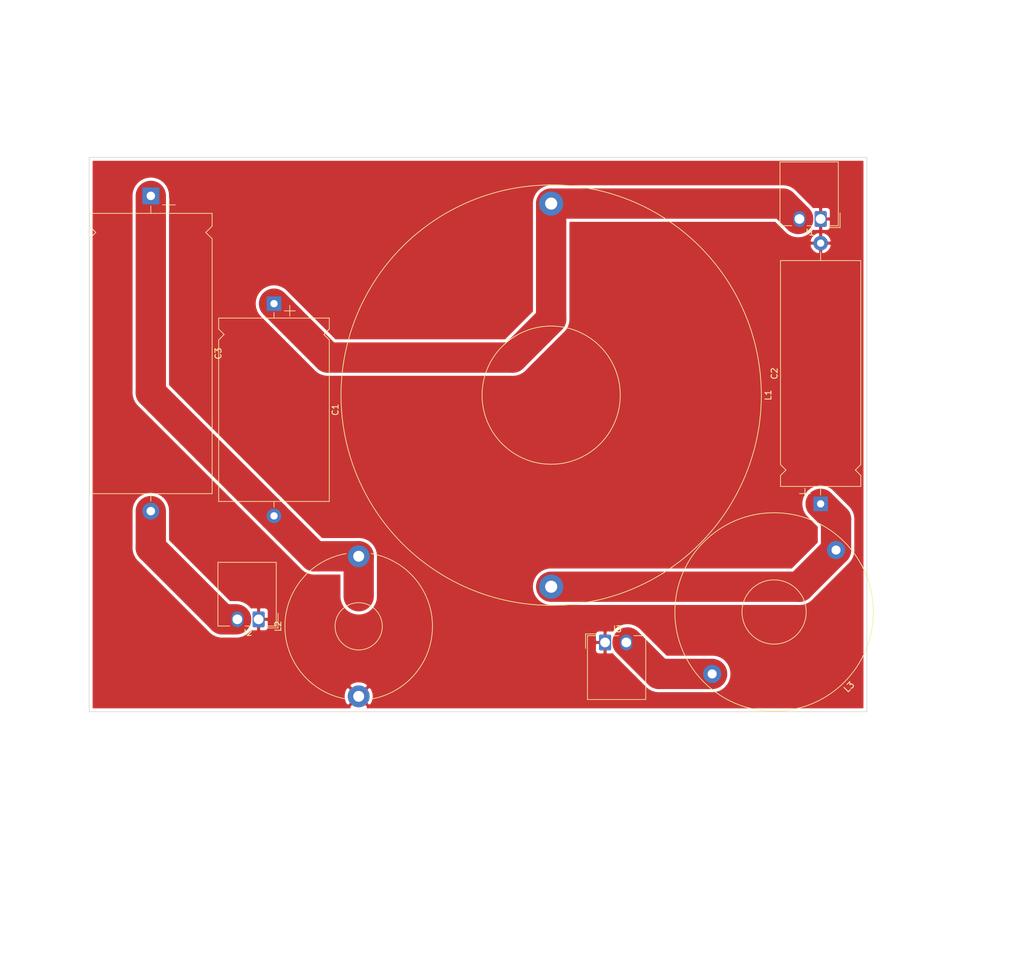
<source format=kicad_pcb>
(kicad_pcb (version 20171130) (host pcbnew 5.1.10-88a1d61d58~88~ubuntu20.04.1)

  (general
    (thickness 1.6)
    (drawings 6)
    (tracks 20)
    (zones 0)
    (modules 9)
    (nets 7)
  )

  (page A4)
  (layers
    (0 F.Cu signal)
    (31 B.Cu signal)
    (32 B.Adhes user)
    (33 F.Adhes user)
    (34 B.Paste user)
    (35 F.Paste user)
    (36 B.SilkS user)
    (37 F.SilkS user)
    (38 B.Mask user)
    (39 F.Mask user)
    (40 Dwgs.User user)
    (41 Cmts.User user)
    (42 Eco1.User user)
    (43 Eco2.User user)
    (44 Edge.Cuts user)
    (45 Margin user)
    (46 B.CrtYd user)
    (47 F.CrtYd user)
    (48 B.Fab user)
    (49 F.Fab user)
  )

  (setup
    (last_trace_width 5)
    (trace_clearance 0.2)
    (zone_clearance 0.508)
    (zone_45_only no)
    (trace_min 0.2)
    (via_size 0.8)
    (via_drill 0.4)
    (via_min_size 0.4)
    (via_min_drill 0.3)
    (uvia_size 0.3)
    (uvia_drill 0.1)
    (uvias_allowed no)
    (uvia_min_size 0.2)
    (uvia_min_drill 0.1)
    (edge_width 0.05)
    (segment_width 0.2)
    (pcb_text_width 0.3)
    (pcb_text_size 1.5 1.5)
    (mod_edge_width 0.12)
    (mod_text_size 1 1)
    (mod_text_width 0.15)
    (pad_size 1.524 1.524)
    (pad_drill 0.762)
    (pad_to_mask_clearance 0)
    (aux_axis_origin 0 0)
    (visible_elements FFFFFF7F)
    (pcbplotparams
      (layerselection 0x010fc_ffffffff)
      (usegerberextensions false)
      (usegerberattributes true)
      (usegerberadvancedattributes true)
      (creategerberjobfile true)
      (excludeedgelayer true)
      (linewidth 0.100000)
      (plotframeref false)
      (viasonmask false)
      (mode 1)
      (useauxorigin false)
      (hpglpennumber 1)
      (hpglpenspeed 20)
      (hpglpendiameter 15.000000)
      (psnegative false)
      (psa4output false)
      (plotreference true)
      (plotvalue true)
      (plotinvisibletext false)
      (padsonsilk false)
      (subtractmaskfromsilk false)
      (outputformat 1)
      (mirror false)
      (drillshape 1)
      (scaleselection 1)
      (outputdirectory ""))
  )

  (net 0 "")
  (net 1 "Net-(C1-Pad1)")
  (net 2 "Net-(C1-Pad2)")
  (net 3 "Net-(C2-Pad1)")
  (net 4 "Net-(C3-Pad2)")
  (net 5 "Net-(J3-Pad2)")
  (net 6 GND)

  (net_class Default "This is the default net class."
    (clearance 0.2)
    (trace_width 5)
    (via_dia 0.8)
    (via_drill 0.4)
    (uvia_dia 0.3)
    (uvia_drill 0.1)
    (add_net GND)
    (add_net "Net-(C1-Pad1)")
    (add_net "Net-(C1-Pad2)")
    (add_net "Net-(C2-Pad1)")
    (add_net "Net-(C3-Pad2)")
    (add_net "Net-(J3-Pad2)")
  )

  (module Inductor_THT:L_Toroid_Horizontal_D69.1mm_P63.20mm_Vishay_TJ9 (layer F.Cu) (tedit 5AE59B06) (tstamp 6119686F)
    (at 113.03 83.82 270)
    (descr "L_Toroid, Horizontal series, Radial, pin pitch=63.20mm, , diameter=69.1mm, Vishay, TJ9, http://www.vishay.com/docs/34079/tj.pdf")
    (tags "L_Toroid Horizontal series Radial pin pitch 63.20mm  diameter 69.1mm Vishay TJ9")
    (path /611955CE)
    (fp_text reference L1 (at 31.6 -35.8 90) (layer F.SilkS)
      (effects (font (size 1 1) (thickness 0.15)))
    )
    (fp_text value 2.2mH (at 33.02 -1.27 180) (layer F.Fab)
      (effects (font (size 1 1) (thickness 0.15)))
    )
    (fp_line (start 66.4 -34.8) (end -3.2 -34.8) (layer F.CrtYd) (width 0.05))
    (fp_line (start 66.4 34.8) (end 66.4 -34.8) (layer F.CrtYd) (width 0.05))
    (fp_line (start -3.2 34.8) (end 66.4 34.8) (layer F.CrtYd) (width 0.05))
    (fp_line (start -3.2 -34.8) (end -3.2 34.8) (layer F.CrtYd) (width 0.05))
    (fp_line (start 65.576599 -0.006296) (end 42.829082 3.0065) (layer F.Fab) (width 0.1))
    (fp_line (start 61.021713 -16.993298) (end 42.827967 -3.010662) (layer F.Fab) (width 0.1))
    (fp_line (start 48.583756 -29.427222) (end 39.818501 -8.221166) (layer F.Fab) (width 0.1))
    (fp_line (start 31.595278 -33.9766) (end 34.607021 -11.228943) (layer F.Fab) (width 0.1))
    (fp_line (start 14.608065 -29.4225) (end 28.589858 -11.228106) (layer F.Fab) (width 0.1))
    (fp_line (start 2.173565 -16.985119) (end 23.379215 -8.218881) (layer F.Fab) (width 0.1))
    (fp_line (start -2.3766 0.003148) (end 20.371197 -3.007541) (layer F.Fab) (width 0.1))
    (fp_line (start 2.176713 16.990572) (end 20.371754 3.009622) (layer F.Fab) (width 0.1))
    (fp_line (start 14.613518 29.425648) (end 23.380738 8.220405) (layer F.Fab) (width 0.1))
    (fp_line (start 31.601574 33.9766) (end 28.591939 11.228664) (layer F.Fab) (width 0.1))
    (fp_line (start 48.589209 29.424074) (end 34.609101 11.228385) (layer F.Fab) (width 0.1))
    (fp_line (start 61.024861 16.987846) (end 39.820024 8.219643) (layer F.Fab) (width 0.1))
    (fp_line (start 65.5766 0) (end 42.828525 3.008581) (layer F.Fab) (width 0.1))
    (fp_circle (center 31.6 0) (end 42.996667 0) (layer F.SilkS) (width 0.12))
    (fp_circle (center 31.6 0) (end 66.27 0) (layer F.SilkS) (width 0.12))
    (fp_circle (center 31.6 0) (end 43.116667 0) (layer F.Fab) (width 0.1))
    (fp_circle (center 31.6 0) (end 66.15 0) (layer F.Fab) (width 0.1))
    (fp_text user %R (at 30.48 -1.27 90) (layer F.Fab)
      (effects (font (size 1 1) (thickness 0.15)))
    )
    (pad 1 thru_hole circle (at 0 0 270) (size 4 4) (drill 2) (layers *.Cu *.Mask)
      (net 1 "Net-(C1-Pad1)"))
    (pad 2 thru_hole circle (at 63.2 0 270) (size 4 4) (drill 2) (layers *.Cu *.Mask)
      (net 3 "Net-(C2-Pad1)"))
    (model ${KISYS3DMOD}/Inductor_THT.3dshapes/L_Toroid_Horizontal_D69.1mm_P63.20mm_Vishay_TJ9.wrl
      (at (xyz 0 0 0))
      (scale (xyz 1 1 1))
      (rotate (xyz 0 0 0))
    )
  )

  (module Capacitor_THT:CP_Axial_L46.0mm_D20.0mm_P52.00mm_Horizontal (layer F.Cu) (tedit 5AE50EF2) (tstamp 6119681A)
    (at 46.99 82.55 270)
    (descr "CP, Axial series, Axial, Horizontal, pin pitch=52mm, , length*diameter=46*20mm^2, Electrolytic Capacitor")
    (tags "CP Axial series Axial Horizontal pin pitch 52mm  length 46mm diameter 20mm Electrolytic Capacitor")
    (path /6119BB7E)
    (fp_text reference C3 (at 26 -11.12 90) (layer F.SilkS)
      (effects (font (size 1 1) (thickness 0.15)))
    )
    (fp_text value 10uF (at 26 11.12 90) (layer F.Fab)
      (effects (font (size 1 1) (thickness 0.15)))
    )
    (fp_line (start 53.65 -10.25) (end -1.65 -10.25) (layer F.CrtYd) (width 0.05))
    (fp_line (start 53.65 10.25) (end 53.65 -10.25) (layer F.CrtYd) (width 0.05))
    (fp_line (start -1.65 10.25) (end 53.65 10.25) (layer F.CrtYd) (width 0.05))
    (fp_line (start -1.65 -10.25) (end -1.65 10.25) (layer F.CrtYd) (width 0.05))
    (fp_line (start 50.36 0) (end 49.12 0) (layer F.SilkS) (width 0.12))
    (fp_line (start 1.64 0) (end 2.88 0) (layer F.SilkS) (width 0.12))
    (fp_line (start 7.08 10.12) (end 49.12 10.12) (layer F.SilkS) (width 0.12))
    (fp_line (start 6.03 9.07) (end 7.08 10.12) (layer F.SilkS) (width 0.12))
    (fp_line (start 4.98 10.12) (end 6.03 9.07) (layer F.SilkS) (width 0.12))
    (fp_line (start 2.88 10.12) (end 4.98 10.12) (layer F.SilkS) (width 0.12))
    (fp_line (start 7.08 -10.12) (end 49.12 -10.12) (layer F.SilkS) (width 0.12))
    (fp_line (start 6.03 -9.07) (end 7.08 -10.12) (layer F.SilkS) (width 0.12))
    (fp_line (start 4.98 -10.12) (end 6.03 -9.07) (layer F.SilkS) (width 0.12))
    (fp_line (start 2.88 -10.12) (end 4.98 -10.12) (layer F.SilkS) (width 0.12))
    (fp_line (start 49.12 -10.12) (end 49.12 10.12) (layer F.SilkS) (width 0.12))
    (fp_line (start 2.88 -10.12) (end 2.88 10.12) (layer F.SilkS) (width 0.12))
    (fp_line (start 1.48 -4.05) (end 1.48 -1.95) (layer F.SilkS) (width 0.12))
    (fp_line (start 0.43 -3) (end 2.53 -3) (layer F.SilkS) (width 0.12))
    (fp_line (start 6.05 -1.05) (end 6.05 1.05) (layer F.Fab) (width 0.1))
    (fp_line (start 5 0) (end 7.1 0) (layer F.Fab) (width 0.1))
    (fp_line (start 52 0) (end 49 0) (layer F.Fab) (width 0.1))
    (fp_line (start 0 0) (end 3 0) (layer F.Fab) (width 0.1))
    (fp_line (start 7.08 10) (end 49 10) (layer F.Fab) (width 0.1))
    (fp_line (start 6.03 8.95) (end 7.08 10) (layer F.Fab) (width 0.1))
    (fp_line (start 4.98 10) (end 6.03 8.95) (layer F.Fab) (width 0.1))
    (fp_line (start 3 10) (end 4.98 10) (layer F.Fab) (width 0.1))
    (fp_line (start 7.08 -10) (end 49 -10) (layer F.Fab) (width 0.1))
    (fp_line (start 6.03 -8.95) (end 7.08 -10) (layer F.Fab) (width 0.1))
    (fp_line (start 4.98 -10) (end 6.03 -8.95) (layer F.Fab) (width 0.1))
    (fp_line (start 3 -10) (end 4.98 -10) (layer F.Fab) (width 0.1))
    (fp_line (start 49 -10) (end 49 10) (layer F.Fab) (width 0.1))
    (fp_line (start 3 -10) (end 3 10) (layer F.Fab) (width 0.1))
    (fp_text user %R (at 26 0 90) (layer F.Fab)
      (effects (font (size 1 1) (thickness 0.15)))
    )
    (pad 1 thru_hole rect (at 0 0 270) (size 2.8 2.8) (drill 1.4) (layers *.Cu *.Mask)
      (net 2 "Net-(C1-Pad2)"))
    (pad 2 thru_hole oval (at 52 0 270) (size 2.8 2.8) (drill 1.4) (layers *.Cu *.Mask)
      (net 4 "Net-(C3-Pad2)"))
    (model ${KISYS3DMOD}/Capacitor_THT.3dshapes/CP_Axial_L46.0mm_D20.0mm_P52.00mm_Horizontal.wrl
      (at (xyz 0 0 0))
      (scale (xyz 1 1 1))
      (rotate (xyz 0 0 0))
    )
  )

  (module Capacitor_THT:CP_Axial_L30.0mm_D18.0mm_P35.00mm_Horizontal (layer F.Cu) (tedit 5AE50EF2) (tstamp 611967CC)
    (at 67.31 100.33 270)
    (descr "CP, Axial series, Axial, Horizontal, pin pitch=35mm, , length*diameter=30*18mm^2, Electrolytic Capacitor, , http://www.vishay.com/docs/28325/021asm.pdf")
    (tags "CP Axial series Axial Horizontal pin pitch 35mm  length 30mm diameter 18mm Electrolytic Capacitor")
    (path /6119AA12)
    (fp_text reference C1 (at 17.5 -10.12 90) (layer F.SilkS)
      (effects (font (size 1 1) (thickness 0.15)))
    )
    (fp_text value 3.9uF (at 17.5 10.12 90) (layer F.Fab)
      (effects (font (size 1 1) (thickness 0.15)))
    )
    (fp_line (start 36.45 -9.25) (end -1.45 -9.25) (layer F.CrtYd) (width 0.05))
    (fp_line (start 36.45 9.25) (end 36.45 -9.25) (layer F.CrtYd) (width 0.05))
    (fp_line (start -1.45 9.25) (end 36.45 9.25) (layer F.CrtYd) (width 0.05))
    (fp_line (start -1.45 -9.25) (end -1.45 9.25) (layer F.CrtYd) (width 0.05))
    (fp_line (start 33.56 0) (end 32.62 0) (layer F.SilkS) (width 0.12))
    (fp_line (start 1.44 0) (end 2.38 0) (layer F.SilkS) (width 0.12))
    (fp_line (start 5.98 9.12) (end 32.62 9.12) (layer F.SilkS) (width 0.12))
    (fp_line (start 5.08 8.22) (end 5.98 9.12) (layer F.SilkS) (width 0.12))
    (fp_line (start 4.18 9.12) (end 5.08 8.22) (layer F.SilkS) (width 0.12))
    (fp_line (start 2.38 9.12) (end 4.18 9.12) (layer F.SilkS) (width 0.12))
    (fp_line (start 5.98 -9.12) (end 32.62 -9.12) (layer F.SilkS) (width 0.12))
    (fp_line (start 5.08 -8.22) (end 5.98 -9.12) (layer F.SilkS) (width 0.12))
    (fp_line (start 4.18 -9.12) (end 5.08 -8.22) (layer F.SilkS) (width 0.12))
    (fp_line (start 2.38 -9.12) (end 4.18 -9.12) (layer F.SilkS) (width 0.12))
    (fp_line (start 32.62 -9.12) (end 32.62 9.12) (layer F.SilkS) (width 0.12))
    (fp_line (start 2.38 -9.12) (end 2.38 9.12) (layer F.SilkS) (width 0.12))
    (fp_line (start 1.18 -3.5) (end 1.18 -1.7) (layer F.SilkS) (width 0.12))
    (fp_line (start 0.28 -2.6) (end 2.08 -2.6) (layer F.SilkS) (width 0.12))
    (fp_line (start 5.1 -0.9) (end 5.1 0.9) (layer F.Fab) (width 0.1))
    (fp_line (start 4.2 0) (end 6 0) (layer F.Fab) (width 0.1))
    (fp_line (start 35 0) (end 32.5 0) (layer F.Fab) (width 0.1))
    (fp_line (start 0 0) (end 2.5 0) (layer F.Fab) (width 0.1))
    (fp_line (start 5.98 9) (end 32.5 9) (layer F.Fab) (width 0.1))
    (fp_line (start 5.08 8.1) (end 5.98 9) (layer F.Fab) (width 0.1))
    (fp_line (start 4.18 9) (end 5.08 8.1) (layer F.Fab) (width 0.1))
    (fp_line (start 2.5 9) (end 4.18 9) (layer F.Fab) (width 0.1))
    (fp_line (start 5.98 -9) (end 32.5 -9) (layer F.Fab) (width 0.1))
    (fp_line (start 5.08 -8.1) (end 5.98 -9) (layer F.Fab) (width 0.1))
    (fp_line (start 4.18 -9) (end 5.08 -8.1) (layer F.Fab) (width 0.1))
    (fp_line (start 2.5 -9) (end 4.18 -9) (layer F.Fab) (width 0.1))
    (fp_line (start 32.5 -9) (end 32.5 9) (layer F.Fab) (width 0.1))
    (fp_line (start 2.5 -9) (end 2.5 9) (layer F.Fab) (width 0.1))
    (fp_text user %R (at 17.5 0 90) (layer F.Fab)
      (effects (font (size 1 1) (thickness 0.15)))
    )
    (pad 1 thru_hole rect (at 0 0 270) (size 2.4 2.4) (drill 1.2) (layers *.Cu *.Mask)
      (net 1 "Net-(C1-Pad1)"))
    (pad 2 thru_hole oval (at 35 0 270) (size 2.4 2.4) (drill 1.2) (layers *.Cu *.Mask)
      (net 2 "Net-(C1-Pad2)"))
    (model ${KISYS3DMOD}/Capacitor_THT.3dshapes/CP_Axial_L30.0mm_D18.0mm_P35.00mm_Horizontal.wrl
      (at (xyz 0 0 0))
      (scale (xyz 1 1 1))
      (rotate (xyz 0 0 0))
    )
  )

  (module Capacitor_THT:CP_Axial_L37.0mm_D13.0mm_P43.00mm_Horizontal (layer F.Cu) (tedit 5AE50EF2) (tstamp 611967F3)
    (at 157.48 133.35 90)
    (descr "CP, Axial series, Axial, Horizontal, pin pitch=43mm, , length*diameter=37*13mm^2, Electrolytic Capacitor, , http://www.kemet.com/Lists/ProductCatalog/Attachments/424/KEM_AC102.pdf")
    (tags "CP Axial series Axial Horizontal pin pitch 43mm  length 37mm diameter 13mm Electrolytic Capacitor")
    (path /61196C0E)
    (fp_text reference C2 (at 21.5 -7.62 90) (layer F.SilkS)
      (effects (font (size 1 1) (thickness 0.15)))
    )
    (fp_text value 5.6uF (at 21.5 7.62 90) (layer F.Fab)
      (effects (font (size 1 1) (thickness 0.15)))
    )
    (fp_line (start 44.45 -6.75) (end -1.45 -6.75) (layer F.CrtYd) (width 0.05))
    (fp_line (start 44.45 6.75) (end 44.45 -6.75) (layer F.CrtYd) (width 0.05))
    (fp_line (start -1.45 6.75) (end 44.45 6.75) (layer F.CrtYd) (width 0.05))
    (fp_line (start -1.45 -6.75) (end -1.45 6.75) (layer F.CrtYd) (width 0.05))
    (fp_line (start 41.56 0) (end 40.12 0) (layer F.SilkS) (width 0.12))
    (fp_line (start 1.44 0) (end 2.88 0) (layer F.SilkS) (width 0.12))
    (fp_line (start 6.48 6.62) (end 40.12 6.62) (layer F.SilkS) (width 0.12))
    (fp_line (start 5.58 5.72) (end 6.48 6.62) (layer F.SilkS) (width 0.12))
    (fp_line (start 4.68 6.62) (end 5.58 5.72) (layer F.SilkS) (width 0.12))
    (fp_line (start 2.88 6.62) (end 4.68 6.62) (layer F.SilkS) (width 0.12))
    (fp_line (start 6.48 -6.62) (end 40.12 -6.62) (layer F.SilkS) (width 0.12))
    (fp_line (start 5.58 -5.72) (end 6.48 -6.62) (layer F.SilkS) (width 0.12))
    (fp_line (start 4.68 -6.62) (end 5.58 -5.72) (layer F.SilkS) (width 0.12))
    (fp_line (start 2.88 -6.62) (end 4.68 -6.62) (layer F.SilkS) (width 0.12))
    (fp_line (start 40.12 -6.62) (end 40.12 6.62) (layer F.SilkS) (width 0.12))
    (fp_line (start 2.88 -6.62) (end 2.88 6.62) (layer F.SilkS) (width 0.12))
    (fp_line (start 1.68 -3.5) (end 1.68 -1.7) (layer F.SilkS) (width 0.12))
    (fp_line (start 0.78 -2.6) (end 2.58 -2.6) (layer F.SilkS) (width 0.12))
    (fp_line (start 5.6 -0.9) (end 5.6 0.9) (layer F.Fab) (width 0.1))
    (fp_line (start 4.7 0) (end 6.5 0) (layer F.Fab) (width 0.1))
    (fp_line (start 43 0) (end 40 0) (layer F.Fab) (width 0.1))
    (fp_line (start 0 0) (end 3 0) (layer F.Fab) (width 0.1))
    (fp_line (start 6.48 6.5) (end 40 6.5) (layer F.Fab) (width 0.1))
    (fp_line (start 5.58 5.6) (end 6.48 6.5) (layer F.Fab) (width 0.1))
    (fp_line (start 4.68 6.5) (end 5.58 5.6) (layer F.Fab) (width 0.1))
    (fp_line (start 3 6.5) (end 4.68 6.5) (layer F.Fab) (width 0.1))
    (fp_line (start 6.48 -6.5) (end 40 -6.5) (layer F.Fab) (width 0.1))
    (fp_line (start 5.58 -5.6) (end 6.48 -6.5) (layer F.Fab) (width 0.1))
    (fp_line (start 4.68 -6.5) (end 5.58 -5.6) (layer F.Fab) (width 0.1))
    (fp_line (start 3 -6.5) (end 4.68 -6.5) (layer F.Fab) (width 0.1))
    (fp_line (start 40 -6.5) (end 40 6.5) (layer F.Fab) (width 0.1))
    (fp_line (start 3 -6.5) (end 3 6.5) (layer F.Fab) (width 0.1))
    (fp_text user %R (at 21.5 0 90) (layer F.Fab)
      (effects (font (size 1 1) (thickness 0.15)))
    )
    (pad 1 thru_hole rect (at 0 0 90) (size 2.4 2.4) (drill 1.2) (layers *.Cu *.Mask)
      (net 3 "Net-(C2-Pad1)"))
    (pad 2 thru_hole oval (at 43 0 90) (size 2.4 2.4) (drill 1.2) (layers *.Cu *.Mask)
      (net 6 GND))
    (model ${KISYS3DMOD}/Capacitor_THT.3dshapes/CP_Axial_L37.0mm_D13.0mm_P43.00mm_Horizontal.wrl
      (at (xyz 0 0 0))
      (scale (xyz 1 1 1))
      (rotate (xyz 0 0 0))
    )
  )

  (module Inductor_THT:L_Toroid_Horizontal_D24.1mm_P23.10mm_Bourns_2200 (layer F.Cu) (tedit 5AE59B06) (tstamp 6119688C)
    (at 81.28 165.1 90)
    (descr "L_Toroid, Horizontal series, Radial, pin pitch=23.10mm, , diameter=24.1mm, Bourns, 2200, http://www.bourns.com/docs/Product-Datasheets/2100_series.pdf?sfvrsn=3")
    (tags "L_Toroid Horizontal series Radial pin pitch 23.10mm  diameter 24.1mm Bourns 2200")
    (path /6119BED6)
    (fp_text reference L2 (at 11.55 -13.3 90) (layer F.SilkS)
      (effects (font (size 1 1) (thickness 0.15)))
    )
    (fp_text value 0.33mH (at 11.55 13.3 90) (layer F.Fab)
      (effects (font (size 1 1) (thickness 0.15)))
    )
    (fp_line (start 25.15 -12.3) (end -2.06 -12.3) (layer F.CrtYd) (width 0.05))
    (fp_line (start 25.15 12.3) (end 25.15 -12.3) (layer F.CrtYd) (width 0.05))
    (fp_line (start -2.06 12.3) (end 25.15 12.3) (layer F.CrtYd) (width 0.05))
    (fp_line (start -2.06 -12.3) (end -2.06 12.3) (layer F.CrtYd) (width 0.05))
    (fp_line (start 23.4766 -0.00221) (end 15.389367 1.027961) (layer F.Fab) (width 0.1))
    (fp_line (start 21.877725 -5.965054) (end 15.388986 -1.029384) (layer F.Fab) (width 0.1))
    (fp_line (start 17.511705 -10.329659) (end 14.360011 -2.810922) (layer F.Fab) (width 0.1))
    (fp_line (start 11.548342 -11.9266) (end 12.578139 -3.83932) (layer F.Fab) (width 0.1))
    (fp_line (start 5.585424 -10.328002) (end 10.520794 -3.839034) (layer F.Fab) (width 0.1))
    (fp_line (start 1.220617 -5.962183) (end 8.739208 -2.810141) (layer F.Fab) (width 0.1))
    (fp_line (start -0.3766 0.001105) (end 7.710728 -1.028317) (layer F.Fab) (width 0.1))
    (fp_line (start 1.221722 5.964097) (end 7.710919 1.029028) (layer F.Fab) (width 0.1))
    (fp_line (start 5.587338 10.329107) (end 8.739729 2.810662) (layer F.Fab) (width 0.1))
    (fp_line (start 11.550553 11.9266) (end 10.521505 3.839224) (layer F.Fab) (width 0.1))
    (fp_line (start 17.513619 10.328554) (end 12.57885 3.839129) (layer F.Fab) (width 0.1))
    (fp_line (start 21.878831 5.963141) (end 14.360532 2.810402) (layer F.Fab) (width 0.1))
    (fp_line (start 23.4766 0) (end 15.389177 1.028673) (layer F.Fab) (width 0.1))
    (fp_circle (center 11.55 0) (end 15.446667 0) (layer F.SilkS) (width 0.12))
    (fp_circle (center 11.55 0) (end 15.566667 0) (layer F.Fab) (width 0.1))
    (fp_circle (center 11.55 0) (end 23.6 0) (layer F.Fab) (width 0.1))
    (fp_arc (start 11.55 0) (end -0.444386 -2.06) (angle 160.509396) (layer F.SilkS) (width 0.12))
    (fp_arc (start 11.55 0) (end -0.444386 2.06) (angle -160.509396) (layer F.SilkS) (width 0.12))
    (fp_text user %R (at 11.55 0 90) (layer F.Fab)
      (effects (font (size 1 1) (thickness 0.15)))
    )
    (pad 1 thru_hole circle (at 0 0 90) (size 3.6 3.6) (drill 1.8) (layers *.Cu *.Mask)
      (net 6 GND))
    (pad 2 thru_hole circle (at 23.1 0 90) (size 3.6 3.6) (drill 1.8) (layers *.Cu *.Mask)
      (net 2 "Net-(C1-Pad2)"))
    (model ${KISYS3DMOD}/Inductor_THT.3dshapes/L_Toroid_Horizontal_D24.1mm_P23.10mm_Bourns_2200.wrl
      (at (xyz 0 0 0))
      (scale (xyz 1 1 1))
      (rotate (xyz 0 0 0))
    )
  )

  (module Inductor_THT:L_Toroid_Horizontal_D32.5mm_P28.90mm_Bourns_2300 (layer F.Cu) (tedit 5AE59B06) (tstamp 61331AA1)
    (at 160.02 140.97 225)
    (descr "L_Toroid, Horizontal series, Radial, pin pitch=28.90mm, , diameter=32.5mm, Bourns, 2300, http://www.bourns.com/docs/Product-Datasheets/2300_series.pdf?sfvrsn=3")
    (tags "L_Toroid Horizontal series Radial pin pitch 28.90mm  diameter 32.5mm Bourns 2300")
    (path /611961E8)
    (fp_text reference L3 (at 14.45 -17.5 45) (layer F.SilkS)
      (effects (font (size 1 1) (thickness 0.15)))
    )
    (fp_text value 0.22mH (at 14.45 17.5 45) (layer F.Fab)
      (effects (font (size 1 1) (thickness 0.15)))
    )
    (fp_line (start 30.95 -16.5) (end -2.06 -16.5) (layer F.CrtYd) (width 0.05))
    (fp_line (start 30.95 16.5) (end 30.95 -16.5) (layer F.CrtYd) (width 0.05))
    (fp_line (start -2.06 16.5) (end 30.95 16.5) (layer F.CrtYd) (width 0.05))
    (fp_line (start -2.06 -16.5) (end -2.06 16.5) (layer F.CrtYd) (width 0.05))
    (fp_line (start 30.4926 -0.002973) (end 19.668781 1.397288) (layer F.Fab) (width 0.1))
    (fp_line (start 28.341936 -8.02366) (end 19.668262 -1.399222) (layer F.Fab) (width 0.1))
    (fp_line (start 22.469154 -13.894538) (end 18.269596 -3.820834) (layer F.Fab) (width 0.1))
    (fp_line (start 14.44777 -16.0426) (end 15.84753 -5.218716) (layer F.Fab) (width 0.1))
    (fp_line (start 6.426984 -13.892308) (end 13.051019 -5.218327) (layer F.Fab) (width 0.1))
    (fp_line (start 0.555834 -8.019798) (end 10.629342 -3.819773) (layer F.Fab) (width 0.1))
    (fp_line (start -1.5926 0.001486) (end 9.231349 -1.397772) (layer F.Fab) (width 0.1))
    (fp_line (start 0.55732 8.022373) (end 9.231608 1.398739) (layer F.Fab) (width 0.1))
    (fp_line (start 6.429558 13.893795) (end 10.63005 3.820481) (layer F.Fab) (width 0.1))
    (fp_line (start 14.450743 16.0426) (end 13.051986 5.218586) (layer F.Fab) (width 0.1))
    (fp_line (start 22.471729 13.893051) (end 15.848497 5.218457) (layer F.Fab) (width 0.1))
    (fp_line (start 28.343423 8.021085) (end 18.270304 3.820127) (layer F.Fab) (width 0.1))
    (fp_line (start 30.4926 0) (end 19.668522 1.398255) (layer F.Fab) (width 0.1))
    (fp_circle (center 14.45 0) (end 19.746667 0) (layer F.SilkS) (width 0.12))
    (fp_circle (center 14.45 0) (end 30.82 0) (layer F.SilkS) (width 0.12))
    (fp_circle (center 14.45 0) (end 19.866667 0) (layer F.Fab) (width 0.1))
    (fp_circle (center 14.45 0) (end 30.7 0) (layer F.Fab) (width 0.1))
    (fp_text user %R (at 14.45 0 45) (layer F.Fab)
      (effects (font (size 1 1) (thickness 0.15)))
    )
    (pad 1 thru_hole circle (at 0 0 225) (size 3 3) (drill 1.5) (layers *.Cu *.Mask)
      (net 3 "Net-(C2-Pad1)"))
    (pad 2 thru_hole circle (at 28.9 0 225) (size 3 3) (drill 1.5) (layers *.Cu *.Mask)
      (net 5 "Net-(J3-Pad2)"))
    (model ${KISYS3DMOD}/Inductor_THT.3dshapes/L_Toroid_Horizontal_D32.5mm_P28.90mm_Bourns_2300.wrl
      (at (xyz 0 0 0))
      (scale (xyz 1 1 1))
      (rotate (xyz 0 0 0))
    )
  )

  (module Connector_Wago:Wago_734-162_1x02_P3.50mm_Horizontal (layer F.Cu) (tedit 5B788D97) (tstamp 611977F1)
    (at 157.48 86.36 180)
    (descr "Molex 734 Male header (for PCBs); Angled solder pin 1 x 1 mm, 734-162 , 2 Pins (http://www.farnell.com/datasheets/2157639.pdf), generated with kicad-footprint-generator")
    (tags "connector Wago  top entry")
    (path /61197692)
    (fp_text reference J1 (at 1.9 -2.2) (layer F.SilkS)
      (effects (font (size 1 1) (thickness 0.15)))
    )
    (fp_text value Input (at 1.9 10.5) (layer F.Fab)
      (effects (font (size 1 1) (thickness 0.15)))
    )
    (fp_line (start -2.8 -1) (end -2.8 9.3) (layer F.Fab) (width 0.1))
    (fp_line (start -2.8 9.3) (end 6.6 9.3) (layer F.Fab) (width 0.1))
    (fp_line (start 6.6 9.3) (end 6.6 -1) (layer F.Fab) (width 0.1))
    (fp_line (start 6.6 -1) (end -2.8 -1) (layer F.Fab) (width 0.1))
    (fp_line (start -1.26 -1.11) (end -2.91 -1.11) (layer F.SilkS) (width 0.12))
    (fp_line (start -2.91 -1.11) (end -2.91 9.41) (layer F.SilkS) (width 0.12))
    (fp_line (start -2.91 9.41) (end 6.71 9.41) (layer F.SilkS) (width 0.12))
    (fp_line (start 6.71 9.41) (end 6.71 -1.11) (layer F.SilkS) (width 0.12))
    (fp_line (start 6.71 -1.11) (end 4.76 -1.11) (layer F.SilkS) (width 0.12))
    (fp_line (start 1.26 -1.11) (end 2.24 -1.11) (layer F.SilkS) (width 0.12))
    (fp_line (start -3.21 1) (end -3.21 -1.41) (layer F.SilkS) (width 0.12))
    (fp_line (start -3.21 -1.41) (end -1.26 -1.41) (layer F.SilkS) (width 0.12))
    (fp_line (start -0.5 -1) (end 0 -0.292893) (layer F.Fab) (width 0.1))
    (fp_line (start 0 -0.292893) (end 0.5 -1) (layer F.Fab) (width 0.1))
    (fp_line (start -3.3 -1.5) (end -3.3 9.8) (layer F.CrtYd) (width 0.05))
    (fp_line (start -3.3 9.8) (end 7.1 9.8) (layer F.CrtYd) (width 0.05))
    (fp_line (start 7.1 9.8) (end 7.1 -1.5) (layer F.CrtYd) (width 0.05))
    (fp_line (start 7.1 -1.5) (end -3.3 -1.5) (layer F.CrtYd) (width 0.05))
    (fp_text user %R (at 1.9 8.6) (layer F.Fab)
      (effects (font (size 1 1) (thickness 0.15)))
    )
    (pad 1 thru_hole roundrect (at 0 0 180) (size 2 2.6) (drill 1.6) (layers *.Cu *.Mask) (roundrect_rratio 0.125)
      (net 6 GND))
    (pad 2 thru_hole oval (at 3.5 0 180) (size 2 2.6) (drill 1.6) (layers *.Cu *.Mask)
      (net 1 "Net-(C1-Pad1)"))
    (model ${KISYS3DMOD}/Connector_Wago.3dshapes/Wago_734-162_1x02_P3.50mm_Horizontal.wrl
      (at (xyz 0 0 0))
      (scale (xyz 1 1 1))
      (rotate (xyz 0 0 0))
    )
  )

  (module Connector_Wago:Wago_734-162_1x02_P3.50mm_Horizontal (layer F.Cu) (tedit 5B788D97) (tstamp 6119780A)
    (at 64.77 152.4 180)
    (descr "Molex 734 Male header (for PCBs); Angled solder pin 1 x 1 mm, 734-162 , 2 Pins (http://www.farnell.com/datasheets/2157639.pdf), generated with kicad-footprint-generator")
    (tags "connector Wago  top entry")
    (path /6119980F)
    (fp_text reference J2 (at 1.9 -2.2) (layer F.SilkS)
      (effects (font (size 1 1) (thickness 0.15)))
    )
    (fp_text value Tweeter (at 1.9 10.5) (layer F.Fab)
      (effects (font (size 1 1) (thickness 0.15)))
    )
    (fp_line (start -2.8 -1) (end -2.8 9.3) (layer F.Fab) (width 0.1))
    (fp_line (start -2.8 9.3) (end 6.6 9.3) (layer F.Fab) (width 0.1))
    (fp_line (start 6.6 9.3) (end 6.6 -1) (layer F.Fab) (width 0.1))
    (fp_line (start 6.6 -1) (end -2.8 -1) (layer F.Fab) (width 0.1))
    (fp_line (start -1.26 -1.11) (end -2.91 -1.11) (layer F.SilkS) (width 0.12))
    (fp_line (start -2.91 -1.11) (end -2.91 9.41) (layer F.SilkS) (width 0.12))
    (fp_line (start -2.91 9.41) (end 6.71 9.41) (layer F.SilkS) (width 0.12))
    (fp_line (start 6.71 9.41) (end 6.71 -1.11) (layer F.SilkS) (width 0.12))
    (fp_line (start 6.71 -1.11) (end 4.76 -1.11) (layer F.SilkS) (width 0.12))
    (fp_line (start 1.26 -1.11) (end 2.24 -1.11) (layer F.SilkS) (width 0.12))
    (fp_line (start -3.21 1) (end -3.21 -1.41) (layer F.SilkS) (width 0.12))
    (fp_line (start -3.21 -1.41) (end -1.26 -1.41) (layer F.SilkS) (width 0.12))
    (fp_line (start -0.5 -1) (end 0 -0.292893) (layer F.Fab) (width 0.1))
    (fp_line (start 0 -0.292893) (end 0.5 -1) (layer F.Fab) (width 0.1))
    (fp_line (start -3.3 -1.5) (end -3.3 9.8) (layer F.CrtYd) (width 0.05))
    (fp_line (start -3.3 9.8) (end 7.1 9.8) (layer F.CrtYd) (width 0.05))
    (fp_line (start 7.1 9.8) (end 7.1 -1.5) (layer F.CrtYd) (width 0.05))
    (fp_line (start 7.1 -1.5) (end -3.3 -1.5) (layer F.CrtYd) (width 0.05))
    (fp_text user %R (at 1.9 8.6) (layer F.Fab)
      (effects (font (size 1 1) (thickness 0.15)))
    )
    (pad 1 thru_hole roundrect (at 0 0 180) (size 2 2.6) (drill 1.6) (layers *.Cu *.Mask) (roundrect_rratio 0.125)
      (net 6 GND))
    (pad 2 thru_hole oval (at 3.5 0 180) (size 2 2.6) (drill 1.6) (layers *.Cu *.Mask)
      (net 4 "Net-(C3-Pad2)"))
    (model ${KISYS3DMOD}/Connector_Wago.3dshapes/Wago_734-162_1x02_P3.50mm_Horizontal.wrl
      (at (xyz 0 0 0))
      (scale (xyz 1 1 1))
      (rotate (xyz 0 0 0))
    )
  )

  (module Connector_Wago:Wago_734-162_1x02_P3.50mm_Horizontal (layer F.Cu) (tedit 5B788D97) (tstamp 61197823)
    (at 121.92 156.21)
    (descr "Molex 734 Male header (for PCBs); Angled solder pin 1 x 1 mm, 734-162 , 2 Pins (http://www.farnell.com/datasheets/2157639.pdf), generated with kicad-footprint-generator")
    (tags "connector Wago  top entry")
    (path /61198397)
    (fp_text reference J3 (at 1.9 -2.2) (layer F.SilkS)
      (effects (font (size 1 1) (thickness 0.15)))
    )
    (fp_text value Woofer (at 1.9 10.5) (layer F.Fab)
      (effects (font (size 1 1) (thickness 0.15)))
    )
    (fp_line (start 7.1 -1.5) (end -3.3 -1.5) (layer F.CrtYd) (width 0.05))
    (fp_line (start 7.1 9.8) (end 7.1 -1.5) (layer F.CrtYd) (width 0.05))
    (fp_line (start -3.3 9.8) (end 7.1 9.8) (layer F.CrtYd) (width 0.05))
    (fp_line (start -3.3 -1.5) (end -3.3 9.8) (layer F.CrtYd) (width 0.05))
    (fp_line (start 0 -0.292893) (end 0.5 -1) (layer F.Fab) (width 0.1))
    (fp_line (start -0.5 -1) (end 0 -0.292893) (layer F.Fab) (width 0.1))
    (fp_line (start -3.21 -1.41) (end -1.26 -1.41) (layer F.SilkS) (width 0.12))
    (fp_line (start -3.21 1) (end -3.21 -1.41) (layer F.SilkS) (width 0.12))
    (fp_line (start 1.26 -1.11) (end 2.24 -1.11) (layer F.SilkS) (width 0.12))
    (fp_line (start 6.71 -1.11) (end 4.76 -1.11) (layer F.SilkS) (width 0.12))
    (fp_line (start 6.71 9.41) (end 6.71 -1.11) (layer F.SilkS) (width 0.12))
    (fp_line (start -2.91 9.41) (end 6.71 9.41) (layer F.SilkS) (width 0.12))
    (fp_line (start -2.91 -1.11) (end -2.91 9.41) (layer F.SilkS) (width 0.12))
    (fp_line (start -1.26 -1.11) (end -2.91 -1.11) (layer F.SilkS) (width 0.12))
    (fp_line (start 6.6 -1) (end -2.8 -1) (layer F.Fab) (width 0.1))
    (fp_line (start 6.6 9.3) (end 6.6 -1) (layer F.Fab) (width 0.1))
    (fp_line (start -2.8 9.3) (end 6.6 9.3) (layer F.Fab) (width 0.1))
    (fp_line (start -2.8 -1) (end -2.8 9.3) (layer F.Fab) (width 0.1))
    (fp_text user %R (at 1.9 8.6) (layer F.Fab)
      (effects (font (size 1 1) (thickness 0.15)))
    )
    (pad 2 thru_hole oval (at 3.5 0) (size 2 2.6) (drill 1.6) (layers *.Cu *.Mask)
      (net 5 "Net-(J3-Pad2)"))
    (pad 1 thru_hole roundrect (at 0 0) (size 2 2.6) (drill 1.6) (layers *.Cu *.Mask) (roundrect_rratio 0.125)
      (net 6 GND))
    (model ${KISYS3DMOD}/Connector_Wago.3dshapes/Wago_734-162_1x02_P3.50mm_Horizontal.wrl
      (at (xyz 0 0 0))
      (scale (xyz 1 1 1))
      (rotate (xyz 0 0 0))
    )
  )

  (dimension 127 (width 0.15) (layer Dwgs.User)
    (gr_text "127,000 mm" (at 101.6 62.2) (layer Dwgs.User) (tstamp 61331B86)
      (effects (font (size 1 1) (thickness 0.15)))
    )
    (feature1 (pts (xy 165.1 71.12) (xy 165.1 62.913579)))
    (feature2 (pts (xy 38.1 71.12) (xy 38.1 62.913579)))
    (crossbar (pts (xy 38.1 63.5) (xy 165.1 63.5)))
    (arrow1a (pts (xy 165.1 63.5) (xy 163.973496 64.086421)))
    (arrow1b (pts (xy 165.1 63.5) (xy 163.973496 62.913579)))
    (arrow2a (pts (xy 38.1 63.5) (xy 39.226504 64.086421)))
    (arrow2b (pts (xy 38.1 63.5) (xy 39.226504 62.913579)))
  )
  (dimension 91.44 (width 0.15) (layer Dwgs.User)
    (gr_text "91,440 mm" (at 176.56 121.92 270) (layer Dwgs.User)
      (effects (font (size 1 1) (thickness 0.15)))
    )
    (feature1 (pts (xy 167.64 167.64) (xy 175.846421 167.64)))
    (feature2 (pts (xy 167.64 76.2) (xy 175.846421 76.2)))
    (crossbar (pts (xy 175.26 76.2) (xy 175.26 167.64)))
    (arrow1a (pts (xy 175.26 167.64) (xy 174.673579 166.513496)))
    (arrow1b (pts (xy 175.26 167.64) (xy 175.846421 166.513496)))
    (arrow2a (pts (xy 175.26 76.2) (xy 174.673579 77.326504)))
    (arrow2b (pts (xy 175.26 76.2) (xy 175.846421 77.326504)))
  )
  (gr_line (start 165.1 76.2) (end 165.1 167.64) (layer Edge.Cuts) (width 0.1))
  (gr_line (start 36.83 76.2) (end 165.1 76.2) (layer Edge.Cuts) (width 0.1))
  (gr_line (start 36.83 167.64) (end 36.83 76.2) (layer Edge.Cuts) (width 0.1))
  (gr_line (start 165.1 167.64) (end 36.83 167.64) (layer Edge.Cuts) (width 0.1))

  (segment (start 113.03 83.82) (end 113.03 102.87) (width 5) (layer F.Cu) (net 1))
  (segment (start 113.03 102.87) (end 106.68 109.22) (width 5) (layer F.Cu) (net 1))
  (segment (start 76.2 109.22) (end 67.31 100.33) (width 5) (layer F.Cu) (net 1))
  (segment (start 106.68 109.22) (end 76.2 109.22) (width 5) (layer F.Cu) (net 1))
  (segment (start 151.23999 83.82) (end 153.77999 86.36) (width 5) (layer F.Cu) (net 1))
  (segment (start 113.03 83.82) (end 151.23999 83.82) (width 5) (layer F.Cu) (net 1))
  (segment (start 46.99 115.01) (end 67.31 135.33) (width 5) (layer F.Cu) (net 2))
  (segment (start 46.99 82.55) (end 46.99 115.01) (width 5) (layer F.Cu) (net 2))
  (segment (start 73.98 142) (end 67.31 135.33) (width 5) (layer F.Cu) (net 2))
  (segment (start 81.28 142) (end 73.98 142) (width 5) (layer F.Cu) (net 2))
  (segment (start 81.28 142) (end 81.28 148.59) (width 5) (layer F.Cu) (net 2))
  (segment (start 153.97 147.02) (end 160.02 140.97) (width 5) (layer F.Cu) (net 3))
  (segment (start 113.03 147.02) (end 153.97 147.02) (width 5) (layer F.Cu) (net 3))
  (segment (start 160.02 135.89) (end 157.48 133.35) (width 5) (layer F.Cu) (net 3))
  (segment (start 160.02 140.97) (end 160.02 135.89) (width 5) (layer F.Cu) (net 3))
  (segment (start 58.798054 152.4) (end 61.06999 152.4) (width 5) (layer F.Cu) (net 4))
  (segment (start 46.99 140.591946) (end 58.798054 152.4) (width 5) (layer F.Cu) (net 4))
  (segment (start 46.99 134.55) (end 46.99 140.591946) (width 5) (layer F.Cu) (net 4))
  (segment (start 130.815396 161.405386) (end 125.62001 156.21) (width 5) (layer F.Cu) (net 5))
  (segment (start 139.584614 161.405386) (end 130.815396 161.405386) (width 5) (layer F.Cu) (net 5))

  (zone (net 6) (net_name GND) (layer F.Cu) (tstamp 0) (hatch edge 0.508)
    (connect_pads (clearance 0.508))
    (min_thickness 0.254)
    (fill yes (arc_segments 32) (thermal_gap 0.508) (thermal_bridge_width 0.508))
    (polygon
      (pts
        (xy 180.863883 52.779423) (xy 191.023883 179.779423) (xy 130.063883 210.259423) (xy 34.813883 182.319423) (xy 22.113883 50.239423)
      )
    )
    (filled_polygon
      (pts
        (xy 164.415001 166.955) (xy 82.722484 166.955) (xy 82.805586 166.805192) (xy 81.28 165.279605) (xy 79.754414 166.805192)
        (xy 79.837516 166.955) (xy 37.515 166.955) (xy 37.515 165.130971) (xy 78.833415 165.130971) (xy 78.886468 165.607681)
        (xy 79.031502 166.064881) (xy 79.228531 166.433498) (xy 79.574808 166.625586) (xy 81.100395 165.1) (xy 81.459605 165.1)
        (xy 82.985192 166.625586) (xy 83.331469 166.433498) (xy 83.552203 166.007654) (xy 83.685618 165.546929) (xy 83.726585 165.069029)
        (xy 83.673532 164.592319) (xy 83.528498 164.135119) (xy 83.331469 163.766502) (xy 82.985192 163.574414) (xy 81.459605 165.1)
        (xy 81.100395 165.1) (xy 79.574808 163.574414) (xy 79.228531 163.766502) (xy 79.007797 164.192346) (xy 78.874382 164.653071)
        (xy 78.833415 165.130971) (xy 37.515 165.130971) (xy 37.515 163.394808) (xy 79.754414 163.394808) (xy 81.28 164.920395)
        (xy 82.805586 163.394808) (xy 82.613498 163.048531) (xy 82.187654 162.827797) (xy 81.726929 162.694382) (xy 81.249029 162.653415)
        (xy 80.772319 162.706468) (xy 80.315119 162.851502) (xy 79.946502 163.048531) (xy 79.754414 163.394808) (xy 37.515 163.394808)
        (xy 37.515 157.51) (xy 120.281928 157.51) (xy 120.294188 157.634482) (xy 120.330498 157.75418) (xy 120.389463 157.864494)
        (xy 120.468815 157.961185) (xy 120.565506 158.040537) (xy 120.67582 158.099502) (xy 120.795518 158.135812) (xy 120.92 158.148072)
        (xy 121.63425 158.145) (xy 121.793 157.98625) (xy 121.793 156.337) (xy 120.44375 156.337) (xy 120.285 156.49575)
        (xy 120.281928 157.51) (xy 37.515 157.51) (xy 37.515 140.591946) (xy 43.839833 140.591946) (xy 43.900362 141.206513)
        (xy 44.015044 141.584567) (xy 44.079625 141.797463) (xy 44.370732 142.342086) (xy 44.762496 142.819451) (xy 44.88212 142.917624)
        (xy 56.472376 154.507881) (xy 56.570549 154.627505) (xy 57.047914 155.019269) (xy 57.592537 155.310376) (xy 58.004224 155.435259)
        (xy 58.183486 155.489638) (xy 58.245524 155.495748) (xy 58.644052 155.535) (xy 58.644058 155.535) (xy 58.798053 155.550167)
        (xy 58.952048 155.535) (xy 61.223992 155.535) (xy 61.684557 155.489638) (xy 62.275507 155.310376) (xy 62.82013 155.019269)
        (xy 62.953274 154.91) (xy 120.281928 154.91) (xy 120.285 155.92425) (xy 120.44375 156.083) (xy 121.793 156.083)
        (xy 121.793 154.43375) (xy 122.047 154.43375) (xy 122.047 156.083) (xy 122.067 156.083) (xy 122.067 156.337)
        (xy 122.047 156.337) (xy 122.047 157.98625) (xy 122.20575 158.145) (xy 122.92 158.148072) (xy 123.044482 158.135812)
        (xy 123.124894 158.111419) (xy 123.294335 158.317883) (xy 128.489722 163.513272) (xy 128.587891 163.632891) (xy 129.065256 164.024655)
        (xy 129.609879 164.315762) (xy 130.021566 164.440645) (xy 130.200828 164.495024) (xy 130.262866 164.501134) (xy 130.661394 164.540386)
        (xy 130.6614 164.540386) (xy 130.815395 164.555553) (xy 130.96939 164.540386) (xy 139.738616 164.540386) (xy 140.199181 164.495024)
        (xy 140.790131 164.315762) (xy 141.334754 164.024655) (xy 141.812119 163.632891) (xy 142.203883 163.155526) (xy 142.49499 162.610903)
        (xy 142.674252 162.019953) (xy 142.734782 161.405386) (xy 142.674252 160.790819) (xy 142.49499 160.199869) (xy 142.203883 159.655246)
        (xy 141.812119 159.177881) (xy 141.334754 158.786117) (xy 140.790131 158.49501) (xy 140.199181 158.315748) (xy 139.738616 158.270386)
        (xy 132.113956 158.270386) (xy 127.727893 153.884325) (xy 127.370149 153.590732) (xy 126.825527 153.299625) (xy 126.234577 153.120362)
        (xy 125.62001 153.059833) (xy 125.005443 153.120362) (xy 124.414493 153.299625) (xy 123.869871 153.590732) (xy 123.392505 153.982495)
        (xy 123.124894 154.308581) (xy 123.044482 154.284188) (xy 122.92 154.271928) (xy 122.20575 154.275) (xy 122.047 154.43375)
        (xy 121.793 154.43375) (xy 121.63425 154.275) (xy 120.92 154.271928) (xy 120.795518 154.284188) (xy 120.67582 154.320498)
        (xy 120.565506 154.379463) (xy 120.468815 154.458815) (xy 120.389463 154.555506) (xy 120.330498 154.66582) (xy 120.294188 154.785518)
        (xy 120.281928 154.91) (xy 62.953274 154.91) (xy 63.297495 154.627505) (xy 63.565107 154.30142) (xy 63.645518 154.325812)
        (xy 63.77 154.338072) (xy 64.48425 154.335) (xy 64.643 154.17625) (xy 64.643 152.527) (xy 64.897 152.527)
        (xy 64.897 154.17625) (xy 65.05575 154.335) (xy 65.77 154.338072) (xy 65.894482 154.325812) (xy 66.01418 154.289502)
        (xy 66.124494 154.230537) (xy 66.221185 154.151185) (xy 66.300537 154.054494) (xy 66.359502 153.94418) (xy 66.395812 153.824482)
        (xy 66.408072 153.7) (xy 66.405 152.68575) (xy 66.24625 152.527) (xy 64.897 152.527) (xy 64.643 152.527)
        (xy 64.623 152.527) (xy 64.623 152.273) (xy 64.643 152.273) (xy 64.643 150.62375) (xy 64.897 150.62375)
        (xy 64.897 152.273) (xy 66.24625 152.273) (xy 66.405 152.11425) (xy 66.408072 151.1) (xy 66.395812 150.975518)
        (xy 66.359502 150.85582) (xy 66.300537 150.745506) (xy 66.221185 150.648815) (xy 66.124494 150.569463) (xy 66.01418 150.510498)
        (xy 65.894482 150.474188) (xy 65.77 150.461928) (xy 65.05575 150.465) (xy 64.897 150.62375) (xy 64.643 150.62375)
        (xy 64.48425 150.465) (xy 63.77 150.461928) (xy 63.645518 150.474188) (xy 63.565107 150.49858) (xy 63.297495 150.172495)
        (xy 62.82013 149.780731) (xy 62.275507 149.489624) (xy 61.684557 149.310362) (xy 61.223992 149.265) (xy 60.096613 149.265)
        (xy 50.125 139.293388) (xy 50.125 134.395998) (xy 50.079638 133.935433) (xy 49.900376 133.344483) (xy 49.609269 132.79986)
        (xy 49.217505 132.322495) (xy 48.740139 131.930731) (xy 48.195516 131.639624) (xy 47.604566 131.460362) (xy 46.99 131.399832)
        (xy 46.375433 131.460362) (xy 45.784483 131.639624) (xy 45.23986 131.930731) (xy 44.762495 132.322495) (xy 44.370731 132.799861)
        (xy 44.079624 133.344484) (xy 43.900362 133.935434) (xy 43.855 134.395999) (xy 43.855001 140.437942) (xy 43.839833 140.591946)
        (xy 37.515 140.591946) (xy 37.515 115.01) (xy 43.839833 115.01) (xy 43.900362 115.624567) (xy 44.079625 116.215517)
        (xy 44.370732 116.76014) (xy 44.762496 117.237505) (xy 44.88212 117.335678) (xy 65.202116 137.655675) (xy 65.202121 137.655679)
        (xy 71.654326 144.107886) (xy 71.752495 144.227505) (xy 72.22986 144.619269) (xy 72.774483 144.910376) (xy 73.18617 145.035259)
        (xy 73.365432 145.089638) (xy 73.42747 145.095748) (xy 73.825998 145.135) (xy 73.826004 145.135) (xy 73.979999 145.150167)
        (xy 74.133994 145.135) (xy 78.145 145.135) (xy 78.145001 148.744002) (xy 78.190363 149.204567) (xy 78.369625 149.795517)
        (xy 78.660732 150.34014) (xy 79.052496 150.817505) (xy 79.529861 151.209269) (xy 80.074484 151.500376) (xy 80.665434 151.679638)
        (xy 81.28 151.740168) (xy 81.894567 151.679638) (xy 82.485517 151.500376) (xy 83.03014 151.209269) (xy 83.507505 150.817505)
        (xy 83.899269 150.34014) (xy 84.190376 149.795517) (xy 84.369638 149.204567) (xy 84.415 148.744002) (xy 84.415 147.02)
        (xy 109.879832 147.02) (xy 109.940362 147.634567) (xy 110.119624 148.225517) (xy 110.410731 148.77014) (xy 110.802495 149.247505)
        (xy 111.27986 149.639269) (xy 111.824483 149.930376) (xy 112.415433 150.109638) (xy 112.875998 150.155) (xy 153.816005 150.155)
        (xy 153.97 150.170167) (xy 154.123995 150.155) (xy 154.124002 150.155) (xy 154.584567 150.109638) (xy 155.175517 149.930376)
        (xy 155.72014 149.639269) (xy 156.197505 149.247505) (xy 156.295683 149.127875) (xy 162.127882 143.295677) (xy 162.247505 143.197505)
        (xy 162.639269 142.72014) (xy 162.930376 142.175517) (xy 163.109638 141.584567) (xy 163.155 141.124002) (xy 163.155 141.123996)
        (xy 163.170167 140.970001) (xy 163.155 140.816006) (xy 163.155 136.043994) (xy 163.170167 135.889999) (xy 163.155 135.736004)
        (xy 163.155 135.735998) (xy 163.109638 135.275433) (xy 163.083138 135.188072) (xy 162.997115 134.904494) (xy 162.930376 134.684483)
        (xy 162.639269 134.13986) (xy 162.247505 133.662495) (xy 162.127885 133.564326) (xy 159.587883 131.024325) (xy 159.230139 130.730732)
        (xy 158.685517 130.439625) (xy 158.094567 130.260362) (xy 157.48 130.199833) (xy 156.865433 130.260362) (xy 156.274483 130.439625)
        (xy 155.729861 130.730732) (xy 155.252495 131.122495) (xy 154.860732 131.599861) (xy 154.569625 132.144483) (xy 154.390362 132.735433)
        (xy 154.329833 133.35) (xy 154.390362 133.964567) (xy 154.569625 134.555517) (xy 154.860732 135.100139) (xy 155.154325 135.457883)
        (xy 156.885001 137.18856) (xy 156.885 139.671441) (xy 152.671442 143.885) (xy 112.875998 143.885) (xy 112.415433 143.930362)
        (xy 111.824483 144.109624) (xy 111.27986 144.400731) (xy 110.802495 144.792495) (xy 110.410731 145.26986) (xy 110.119624 145.814483)
        (xy 109.940362 146.405433) (xy 109.879832 147.02) (xy 84.415 147.02) (xy 84.415 142.154002) (xy 84.430168 142)
        (xy 84.369638 141.385433) (xy 84.190376 140.794483) (xy 83.899269 140.24986) (xy 83.507505 139.772495) (xy 83.03014 139.380731)
        (xy 82.485517 139.089624) (xy 81.894567 138.910362) (xy 81.434002 138.865) (xy 81.28 138.849832) (xy 81.125998 138.865)
        (xy 75.27856 138.865) (xy 69.635679 133.222121) (xy 69.635675 133.222116) (xy 50.125 113.711442) (xy 50.125 100.33)
        (xy 64.159833 100.33) (xy 64.220362 100.944567) (xy 64.399625 101.535517) (xy 64.690732 102.080139) (xy 64.984325 102.437883)
        (xy 73.874322 111.327881) (xy 73.972495 111.447505) (xy 74.44986 111.839269) (xy 74.804776 112.028975) (xy 74.994482 112.130376)
        (xy 75.585433 112.309639) (xy 76.2 112.370168) (xy 76.354005 112.355) (xy 106.526005 112.355) (xy 106.68 112.370167)
        (xy 106.833995 112.355) (xy 106.834002 112.355) (xy 107.294567 112.309638) (xy 107.885517 112.130376) (xy 108.43014 111.839269)
        (xy 108.907505 111.447505) (xy 109.005683 111.327875) (xy 115.137881 105.195678) (xy 115.257505 105.097505) (xy 115.649269 104.62014)
        (xy 115.940376 104.075517) (xy 116.119638 103.484567) (xy 116.165 103.024002) (xy 116.165 103.023996) (xy 116.180167 102.870001)
        (xy 116.165 102.716006) (xy 116.165 90.761806) (xy 155.691801 90.761806) (xy 155.8065 91.102754) (xy 155.985511 91.414774)
        (xy 156.221954 91.685875) (xy 156.506743 91.905639) (xy 156.828934 92.065621) (xy 157.068195 92.138195) (xy 157.353 92.021432)
        (xy 157.353 90.477) (xy 157.607 90.477) (xy 157.607 92.021432) (xy 157.891805 92.138195) (xy 158.131066 92.065621)
        (xy 158.453257 91.905639) (xy 158.738046 91.685875) (xy 158.974489 91.414774) (xy 159.1535 91.102754) (xy 159.268199 90.761806)
        (xy 159.151854 90.477) (xy 157.607 90.477) (xy 157.353 90.477) (xy 155.808146 90.477) (xy 155.691801 90.761806)
        (xy 116.165 90.761806) (xy 116.165 89.938194) (xy 155.691801 89.938194) (xy 155.808146 90.223) (xy 157.353 90.223)
        (xy 157.353 88.678568) (xy 157.607 88.678568) (xy 157.607 90.223) (xy 159.151854 90.223) (xy 159.268199 89.938194)
        (xy 159.1535 89.597246) (xy 158.974489 89.285226) (xy 158.738046 89.014125) (xy 158.453257 88.794361) (xy 158.131066 88.634379)
        (xy 157.891805 88.561805) (xy 157.607 88.678568) (xy 157.353 88.678568) (xy 157.068195 88.561805) (xy 156.828934 88.634379)
        (xy 156.506743 88.794361) (xy 156.221954 89.014125) (xy 155.985511 89.285226) (xy 155.8065 89.597246) (xy 155.691801 89.938194)
        (xy 116.165 89.938194) (xy 116.165 86.955) (xy 149.941431 86.955) (xy 151.672105 88.685675) (xy 152.02985 88.979268)
        (xy 152.574472 89.270375) (xy 153.165422 89.449638) (xy 153.779989 89.510167) (xy 154.394556 89.449638) (xy 154.985507 89.270375)
        (xy 155.530129 88.979268) (xy 156.007494 88.587504) (xy 156.275105 88.261419) (xy 156.355518 88.285812) (xy 156.48 88.298072)
        (xy 157.19425 88.295) (xy 157.353 88.13625) (xy 157.353 86.487) (xy 157.607 86.487) (xy 157.607 88.13625)
        (xy 157.76575 88.295) (xy 158.48 88.298072) (xy 158.604482 88.285812) (xy 158.72418 88.249502) (xy 158.834494 88.190537)
        (xy 158.931185 88.111185) (xy 159.010537 88.014494) (xy 159.069502 87.90418) (xy 159.105812 87.784482) (xy 159.118072 87.66)
        (xy 159.115 86.64575) (xy 158.95625 86.487) (xy 157.607 86.487) (xy 157.353 86.487) (xy 157.333 86.487)
        (xy 157.333 86.233) (xy 157.353 86.233) (xy 157.353 84.58375) (xy 157.607 84.58375) (xy 157.607 86.233)
        (xy 158.95625 86.233) (xy 159.115 86.07425) (xy 159.118072 85.06) (xy 159.105812 84.935518) (xy 159.069502 84.81582)
        (xy 159.010537 84.705506) (xy 158.931185 84.608815) (xy 158.834494 84.529463) (xy 158.72418 84.470498) (xy 158.604482 84.434188)
        (xy 158.48 84.421928) (xy 157.76575 84.425) (xy 157.607 84.58375) (xy 157.353 84.58375) (xy 157.19425 84.425)
        (xy 156.48 84.421928) (xy 156.355518 84.434188) (xy 156.275106 84.458581) (xy 156.105665 84.252115) (xy 153.565672 81.712124)
        (xy 153.467495 81.592495) (xy 152.99013 81.200731) (xy 152.445507 80.909624) (xy 151.854557 80.730362) (xy 151.393992 80.685)
        (xy 151.393985 80.685) (xy 151.23999 80.669833) (xy 151.085995 80.685) (xy 113.184002 80.685) (xy 113.03 80.669832)
        (xy 112.875998 80.685) (xy 112.415433 80.730362) (xy 111.824483 80.909624) (xy 111.27986 81.200731) (xy 110.802495 81.592495)
        (xy 110.410731 82.06986) (xy 110.119624 82.614483) (xy 109.940362 83.205433) (xy 109.879832 83.82) (xy 109.895 83.974002)
        (xy 109.895001 101.57144) (xy 105.381442 106.085) (xy 77.498559 106.085) (xy 69.417883 98.004325) (xy 69.060139 97.710732)
        (xy 68.515517 97.419625) (xy 67.924567 97.240362) (xy 67.31 97.179833) (xy 66.695433 97.240362) (xy 66.104483 97.419625)
        (xy 65.559861 97.710732) (xy 65.082495 98.102495) (xy 64.690732 98.579861) (xy 64.399625 99.124483) (xy 64.220362 99.715433)
        (xy 64.159833 100.33) (xy 50.125 100.33) (xy 50.125 82.395998) (xy 50.079638 81.935433) (xy 49.900376 81.344483)
        (xy 49.609269 80.79986) (xy 49.217505 80.322495) (xy 48.740139 79.930731) (xy 48.195516 79.639624) (xy 47.604566 79.460362)
        (xy 46.99 79.399832) (xy 46.375433 79.460362) (xy 45.784483 79.639624) (xy 45.23986 79.930731) (xy 44.762495 80.322495)
        (xy 44.370731 80.799861) (xy 44.079624 81.344484) (xy 43.900362 81.935434) (xy 43.855 82.395999) (xy 43.855001 114.855995)
        (xy 43.839833 115.01) (xy 37.515 115.01) (xy 37.515 76.885) (xy 164.415 76.885)
      )
    )
  )
)

</source>
